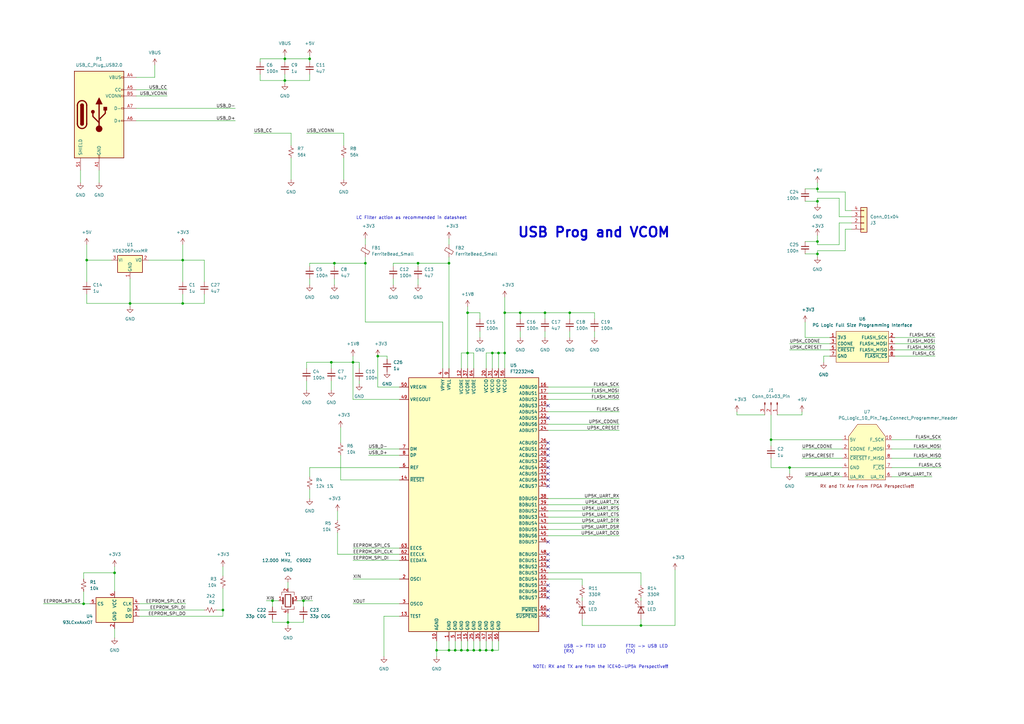
<source format=kicad_sch>
(kicad_sch (version 20230121) (generator eeschema)
  (paper "A3")
  (lib_symbols
    (symbol "Connector:Conn_01x03_Pin" (pin_names (offset 1.016) hide)
      (property "Reference" "J" (at 0 5.08 0))
      (property "Value" "Conn_01x03_Pin" (at 0 -5.08 0))
      (symbol "Conn_01x03_Pin_1_1"
        (pin passive line (at 5.08 2.54 180) (length 3.81) (name "Pin_1") (number "1"))
        (pin passive line (at 5.08 0 180) (length 3.81) (name "Pin_2") (number "2"))
        (pin passive line (at 5.08 -2.54 180) (length 3.81) (name "Pin_3") (number "3"))
      )
    )
    (symbol "Connector:USB_C_Plug_USB2.0" (pin_names (offset 1.016))
      (property "Reference" "P" (at -10.16 19.05 0))
      (property "Value" "USB_C_Plug_USB2.0" (at 12.7 19.05 0))
      (symbol "USB_C_Plug_USB2.0_1_1"
        (pin passive line (at 0 -22.86 90) (length 5.08) (name "GND") (number "A1"))
        (pin passive line (at 0 -22.86 90) (length 5.08) hide (name "GND") (number "A12"))
        (pin passive line (at 15.24 15.24 180) (length 5.08) (name "VBUS") (number "A4"))
        (pin bidirectional line (at 15.24 10.16 180) (length 5.08) (name "CC") (number "A5"))
        (pin bidirectional line (at 15.24 -2.54 180) (length 5.08) (name "D+") (number "A6"))
        (pin bidirectional line (at 15.24 2.54 180) (length 5.08) (name "D-") (number "A7"))
        (pin passive line (at 15.24 15.24 180) (length 5.08) hide (name "VBUS") (number "A9"))
        (pin passive line (at 0 -22.86 90) (length 5.08) hide (name "GND") (number "B1"))
        (pin passive line (at 0 -22.86 90) (length 5.08) hide (name "GND") (number "B12"))
        (pin passive line (at 15.24 15.24 180) (length 5.08) hide (name "VBUS") (number "B4"))
        (pin bidirectional line (at 15.24 7.62 180) (length 5.08) (name "VCONN") (number "B5"))
        (pin passive line (at 15.24 15.24 180) (length 5.08) hide (name "VBUS") (number "B9"))
        (pin passive line (at -7.62 -22.86 90) (length 5.08) (name "SHIELD") (number "S1"))
      )
    )
    (symbol "Connector_Generic:Conn_01x04" (pin_names (offset 1.016) hide)
      (property "Reference" "J" (at 0 5.08 0))
      (property "Value" "Conn_01x04" (at 0 -7.62 0))
      (symbol "Conn_01x04_1_1"
        (pin passive line (at -5.08 2.54 0) (length 3.81) (name "Pin_1") (number "1"))
        (pin passive line (at -5.08 0 0) (length 3.81) (name "Pin_2") (number "2"))
        (pin passive line (at -5.08 -2.54 0) (length 3.81) (name "Pin_3") (number "3"))
        (pin passive line (at -5.08 -5.08 0) (length 3.81) (name "Pin_4") (number "4"))
      )
    )
    (symbol "Device:C_Small" (pin_numbers hide) (pin_names (offset 0.254) hide)
      (property "Reference" "C" (at 0.254 1.778 0))
      (property "Value" "C_Small" (at 0.254 -2.032 0))
      (symbol "C_Small_1_1"
        (pin passive line (at 0 2.54 270) (length 2.032) (name "~") (number "1"))
        (pin passive line (at 0 -2.54 90) (length 2.032) (name "~") (number "2"))
      )
    )
    (symbol "Device:Crystal_GND24" (pin_names (offset 1.016) hide)
      (property "Reference" "Y" (at 3.175 5.08 0))
      (property "Value" "Crystal_GND24" (at 3.175 3.175 0))
      (symbol "Crystal_GND24_1_1"
        (pin passive line (at -3.81 0 0) (length 1.27) (name "1") (number "1"))
        (pin passive line (at 0 5.08 270) (length 1.27) (name "2") (number "2"))
        (pin passive line (at 3.81 0 180) (length 1.27) (name "3") (number "3"))
        (pin passive line (at 0 -5.08 90) (length 1.27) (name "4") (number "4"))
      )
    )
    (symbol "Device:FerriteBead_Small" (pin_numbers hide) (pin_names (offset 0))
      (property "Reference" "FB" (at 1.905 1.27 0))
      (property "Value" "FerriteBead_Small" (at 1.905 -1.27 0))
      (symbol "FerriteBead_Small_1_1"
        (pin passive line (at 0 2.54 270) (length 1.27) (name "~") (number "1"))
        (pin passive line (at 0 -2.54 90) (length 1.27) (name "~") (number "2"))
      )
    )
    (symbol "Device:LED" (pin_numbers hide) (pin_names (offset 1.016) hide)
      (property "Reference" "D" (at 0 2.54 0))
      (property "Value" "LED" (at 0 -2.54 0))
      (symbol "LED_1_1"
        (pin passive line (at -3.81 0 0) (length 2.54) (name "K") (number "1"))
        (pin passive line (at 3.81 0 180) (length 2.54) (name "A") (number "2"))
      )
    )
    (symbol "Device:R_Small_US" (pin_numbers hide) (pin_names (offset 0.254) hide)
      (property "Reference" "R" (at 0.762 0.508 0))
      (property "Value" "R_Small_US" (at 0.762 -1.016 0))
      (symbol "R_Small_US_1_1"
        (pin passive line (at 0 2.54 270) (length 1.016) (name "~") (number "1"))
        (pin passive line (at 0 -2.54 90) (length 1.016) (name "~") (number "2"))
      )
    )
    (symbol "Interface_USB:FT2232HQ"
      (property "Reference" "U" (at -26.67 53.34 0))
      (property "Value" "FT2232HQ" (at 19.05 53.34 0))
      (symbol "FT2232HQ_1_1"
        (pin power_in line (at -10.16 -55.88 90) (length 3.81) (name "GND") (number "1"))
        (pin power_in line (at -15.24 -55.88 90) (length 3.81) (name "AGND") (number "10"))
        (pin power_in line (at -5.08 -55.88 90) (length 3.81) (name "GND") (number "11"))
        (pin power_in line (at -5.08 55.88 270) (length 3.81) (name "VCORE") (number "12"))
        (pin input line (at -30.48 -45.72 0) (length 3.81) (name "TEST") (number "13"))
        (pin input line (at -30.48 10.16 0) (length 3.81) (name "~{RESET}") (number "14"))
        (pin power_in line (at -2.54 -55.88 90) (length 3.81) (name "GND") (number "15"))
        (pin bidirectional line (at 30.48 48.26 180) (length 3.81) (name "ADBUS0") (number "16"))
        (pin bidirectional line (at 30.48 45.72 180) (length 3.81) (name "ADBUS1") (number "17"))
        (pin bidirectional line (at 30.48 43.18 180) (length 3.81) (name "ADBUS2") (number "18"))
        (pin bidirectional line (at 30.48 40.64 180) (length 3.81) (name "ADBUS3") (number "19"))
        (pin input line (at -30.48 -30.48 0) (length 3.81) (name "OSCI") (number "2"))
        (pin power_in line (at 5.08 55.88 270) (length 3.81) (name "VCCIO") (number "20"))
        (pin bidirectional line (at 30.48 38.1 180) (length 3.81) (name "ADBUS4") (number "21"))
        (pin bidirectional line (at 30.48 35.56 180) (length 3.81) (name "ADBUS5") (number "22"))
        (pin bidirectional line (at 30.48 33.02 180) (length 3.81) (name "ADBUS6") (number "23"))
        (pin bidirectional line (at 30.48 30.48 180) (length 3.81) (name "ADBUS7") (number "24"))
        (pin power_in line (at 0 -55.88 90) (length 3.81) (name "GND") (number "25"))
        (pin bidirectional line (at 30.48 25.4 180) (length 3.81) (name "ACBUS0") (number "26"))
        (pin bidirectional line (at 30.48 22.86 180) (length 3.81) (name "ACBUS1") (number "27"))
        (pin bidirectional line (at 30.48 20.32 180) (length 3.81) (name "ACBUS2") (number "28"))
        (pin bidirectional line (at 30.48 17.78 180) (length 3.81) (name "ACBUS3") (number "29"))
        (pin output line (at -30.48 -40.64 0) (length 3.81) (name "OSCO") (number "3"))
        (pin bidirectional line (at 30.48 15.24 180) (length 3.81) (name "ACBUS4") (number "30"))
        (pin power_in line (at 7.62 55.88 270) (length 3.81) (name "VCCIO") (number "31"))
        (pin bidirectional line (at 30.48 12.7 180) (length 3.81) (name "ACBUS5") (number "32"))
        (pin bidirectional line (at 30.48 10.16 180) (length 3.81) (name "ACBUS6") (number "33"))
        (pin bidirectional line (at 30.48 7.62 180) (length 3.81) (name "ACBUS7") (number "34"))
        (pin power_in line (at 2.54 -55.88 90) (length 3.81) (name "GND") (number "35"))
        (pin output line (at 30.48 -45.72 180) (length 3.81) (name "~{SUSPEND}") (number "36"))
        (pin power_in line (at -2.54 55.88 270) (length 3.81) (name "VCORE") (number "37"))
        (pin bidirectional line (at 30.48 2.54 180) (length 3.81) (name "BDBUS0") (number "38"))
        (pin bidirectional line (at 30.48 0 180) (length 3.81) (name "BDBUS1") (number "39"))
        (pin power_in line (at -12.7 55.88 270) (length 3.81) (name "VPHY") (number "4"))
        (pin bidirectional line (at 30.48 -2.54 180) (length 3.81) (name "BDBUS2") (number "40"))
        (pin bidirectional line (at 30.48 -5.08 180) (length 3.81) (name "BDBUS3") (number "41"))
        (pin power_in line (at 10.16 55.88 270) (length 3.81) (name "VCCIO") (number "42"))
        (pin bidirectional line (at 30.48 -7.62 180) (length 3.81) (name "BDBUS4") (number "43"))
        (pin bidirectional line (at 30.48 -10.16 180) (length 3.81) (name "BDBUS5") (number "44"))
        (pin bidirectional line (at 30.48 -12.7 180) (length 3.81) (name "BDBUS6") (number "45"))
        (pin bidirectional line (at 30.48 -15.24 180) (length 3.81) (name "BDBUS7") (number "46"))
        (pin power_in line (at 5.08 -55.88 90) (length 3.81) (name "GND") (number "47"))
        (pin bidirectional line (at 30.48 -20.32 180) (length 3.81) (name "BCBUS0") (number "48"))
        (pin power_out line (at -30.48 43.18 0) (length 3.81) (name "VREGOUT") (number "49"))
        (pin power_in line (at -7.62 -55.88 90) (length 3.81) (name "GND") (number "5"))
        (pin power_in line (at -30.48 48.26 0) (length 3.81) (name "VREGIN") (number "50"))
        (pin power_in line (at 7.62 -55.88 90) (length 3.81) (name "GND") (number "51"))
        (pin bidirectional line (at 30.48 -22.86 180) (length 3.81) (name "BCBUS1") (number "52"))
        (pin bidirectional line (at 30.48 -25.4 180) (length 3.81) (name "BCBUS2") (number "53"))
        (pin bidirectional line (at 30.48 -27.94 180) (length 3.81) (name "BCBUS3") (number "54"))
        (pin bidirectional line (at 30.48 -30.48 180) (length 3.81) (name "BCBUS4") (number "55"))
        (pin power_in line (at 12.7 55.88 270) (length 3.81) (name "VCCIO") (number "56"))
        (pin bidirectional line (at 30.48 -33.02 180) (length 3.81) (name "BCBUS5") (number "57"))
        (pin bidirectional line (at 30.48 -35.56 180) (length 3.81) (name "BCBUS6") (number "58"))
        (pin bidirectional line (at 30.48 -38.1 180) (length 3.81) (name "BCBUS7") (number "59"))
        (pin output line (at -30.48 15.24 0) (length 3.81) (name "REF") (number "6"))
        (pin output line (at 30.48 -43.18 180) (length 3.81) (name "~{PWREN}") (number "60"))
        (pin bidirectional line (at -30.48 -22.86 0) (length 3.81) (name "EEDATA") (number "61"))
        (pin output line (at -30.48 -20.32 0) (length 3.81) (name "EECLK") (number "62"))
        (pin output line (at -30.48 -17.78 0) (length 3.81) (name "EECS") (number "63"))
        (pin power_in line (at 0 55.88 270) (length 3.81) (name "VCORE") (number "64"))
        (pin power_in line (at 10.16 -55.88 90) (length 3.81) (name "GND") (number "65"))
        (pin bidirectional line (at -30.48 22.86 0) (length 3.81) (name "DM") (number "7"))
        (pin bidirectional line (at -30.48 20.32 0) (length 3.81) (name "DP") (number "8"))
        (pin input line (at -10.16 55.88 270) (length 3.81) (name "VPLL") (number "9"))
      )
    )
    (symbol "Memory_EEPROM:93LCxxAxxOT"
      (property "Reference" "U" (at -6.35 6.35 0))
      (property "Value" "93LCxxAxxOT" (at 7.62 -6.35 0))
      (symbol "93LCxxAxxOT_1_1"
        (pin tri_state line (at 10.16 -2.54 180) (length 2.54) (name "DO") (number "1"))
        (pin power_in line (at 0 -7.62 90) (length 2.54) (name "GND") (number "2"))
        (pin input line (at 10.16 0 180) (length 2.54) (name "DI") (number "3"))
        (pin input line (at 10.16 2.54 180) (length 2.54) (name "CLK") (number "4"))
        (pin input line (at -10.16 2.54 0) (length 2.54) (name "CS") (number "5"))
        (pin power_in line (at 0 7.62 270) (length 2.54) (name "VCC") (number "6"))
      )
    )
    (symbol "ProgrammaGull_Logic:PGL_Programming_Header_Full_Size"
      (property "Reference" "U" (at 0 0 0))
      (property "Value" "PG Logic Full Size Programming Interface" (at 13.97 -16.51 0))
      (symbol "PGL_Programming_Header_Full_Size_1_1"
        (pin input line (at -8.89 -5.08 0) (length 2.54) (name "3V3") (number "1"))
        (pin input line (at 17.78 -5.08 180) (length 2.54) (name "FLASH_SCK") (number "2"))
        (pin input line (at -8.89 -7.62 0) (length 2.54) (name "CDONE") (number "3"))
        (pin input line (at 17.78 -7.62 180) (length 2.54) (name "FLASH_MOSI") (number "4"))
        (pin input line (at -8.89 -10.16 0) (length 2.54) (name "~{CRESET}") (number "5"))
        (pin input line (at 17.78 -10.16 180) (length 2.54) (name "FLASH_MISO") (number "6"))
        (pin input line (at -8.89 -12.7 0) (length 2.54) (name "GND") (number "7"))
        (pin input line (at 17.78 -12.7 180) (length 2.54) (name "~{FLASH_CS}") (number "8"))
      )
    )
    (symbol "ProgrammaGull_Logic:PG__Logic_10_Pin_Tag_Connect_Programmer_Header"
      (property "Reference" "U" (at 0 1.27 0))
      (property "Value" "PG_Logic_10_Pin_Tag_Connect_Programmer_Header" (at 0 0 0))
      (symbol "PG__Logic_10_Pin_Tag_Connect_Programmer_Header_1_1"
        (text "RX and TX Are From FPGA Perspective!!" (at 0 -27.94 0) (effects (font (size 1.27 1.27))))
        (pin input line (at -10.16 -8.89 0) (length 2.54) (name "5V") (number "1"))
        (pin input line (at 10.16 -8.89 180) (length 2.54) (name "F_SCK") (number "10"))
        (pin input line (at -10.16 -12.7 0) (length 2.54) (name "CDONE") (number "2"))
        (pin input line (at -10.16 -16.51 0) (length 2.54) (name "~{CRESET}") (number "3"))
        (pin input line (at -10.16 -20.32 0) (length 2.54) (name "GND") (number "4"))
        (pin input line (at -10.16 -24.13 0) (length 2.54) (name "UA_RX") (number "5"))
        (pin input line (at 10.16 -24.13 180) (length 2.54) (name "UA_TX") (number "6"))
        (pin input line (at 10.16 -20.32 180) (length 2.54) (name "~{F_CS}") (number "7"))
        (pin input line (at 10.16 -16.51 180) (length 2.54) (name "F_MISO") (number "8"))
        (pin input line (at 10.16 -12.7 180) (length 2.54) (name "F_MOSI") (number "9"))
      )
    )
    (symbol "Regulator_Linear:XC6206PxxxMR" (pin_names (offset 0.254))
      (property "Reference" "U" (at -3.81 3.175 0))
      (property "Value" "XC6206PxxxMR" (at 0 3.175 0))
      (symbol "XC6206PxxxMR_1_1"
        (pin power_in line (at 0 -7.62 90) (length 2.54) (name "GND") (number "1"))
        (pin power_out line (at 7.62 0 180) (length 2.54) (name "VO") (number "2"))
        (pin power_in line (at -7.62 0 0) (length 2.54) (name "VI") (number "3"))
      )
    )
    (symbol "power:+1V8" (power) (pin_names (offset 0))
      (property "Value" "+1V8" (at 0 3.556 0))
      (symbol "+1V8_1_1"
        (pin power_in line (at 0 0 90) (length 0) hide (name "+1V8") (number "1"))
      )
    )
    (symbol "power:+3V3" (power) (pin_names (offset 0))
      (property "Value" "+3V3" (at 0 3.556 0))
      (symbol "+3V3_1_1"
        (pin power_in line (at 0 0 90) (length 0) hide (name "+3V3") (number "1"))
      )
    )
    (symbol "power:+5V" (power) (pin_names (offset 0))
      (property "Value" "+5V" (at 0 3.556 0))
      (symbol "+5V_1_1"
        (pin power_in line (at 0 0 90) (length 0) hide (name "+5V") (number "1"))
      )
    )
    (symbol "power:GND" (power) (pin_names (offset 0))
      (property "Value" "GND" (at 0 -3.81 0))
      (symbol "GND_1_1"
        (pin power_in line (at 0 0 270) (length 0) hide (name "GND") (number "1"))
      )
    )
    (symbol "power:VBUS" (power) (pin_names (offset 0))
      (property "Value" "VBUS" (at 0 3.81 0))
      (symbol "VBUS_1_1"
        (pin power_in line (at 0 0 90) (length 0) hide (name "VBUS") (number "1"))
      )
    )
  )
  (junction (at 191.77 266.7))
  (junction (at 144.78 148.59))
  (junction (at 262.89 256.54))
  (junction (at 154.94 146.05))
  (junction (at 186.69 266.7))
  (junction (at 207.01 128.27))
  (junction (at 184.15 107.95))
  (junction (at 74.93 124.46))
  (junction (at 201.93 266.7))
  (junction (at 233.68 128.27))
  (junction (at 111.76 246.38))
  (junction (at 335.28 82.55))
  (junction (at 53.34 124.46))
  (junction (at 124.46 246.38))
  (junction (at 135.89 148.59))
  (junction (at 316.23 180.34))
  (junction (at 223.52 128.27))
  (junction (at 184.15 266.7))
  (junction (at 335.28 77.47))
  (junction (at 191.77 128.27))
  (junction (at 207.01 144.78))
  (junction (at 191.77 144.78))
  (junction (at 34.29 247.65))
  (junction (at 204.47 144.78))
  (junction (at 171.45 107.95))
  (junction (at 201.93 144.78))
  (junction (at 116.84 24.13))
  (junction (at 74.93 106.68))
  (junction (at 118.11 255.27))
  (junction (at 335.28 104.14))
  (junction (at 179.07 266.7))
  (junction (at 116.84 33.02))
  (junction (at 46.99 234.95))
  (junction (at 189.23 266.7))
  (junction (at 199.39 266.7))
  (junction (at 91.44 250.19))
  (junction (at 335.28 99.06))
  (junction (at 196.85 266.7))
  (junction (at 194.31 266.7))
  (junction (at 127 24.13))
  (junction (at 149.86 107.95))
  (junction (at 137.16 107.95))
  (junction (at 35.56 106.68))
  (junction (at 213.36 128.27))
  (junction (at 323.85 191.77))
  (no_connect (at 224.79 186.69))
  (no_connect (at 224.79 191.77))
  (no_connect (at 224.79 199.39))
  (no_connect (at 224.79 229.87))
  (no_connect (at 224.79 166.37))
  (no_connect (at 224.79 242.57))
  (no_connect (at 224.79 245.11))
  (no_connect (at 224.79 184.15))
  (no_connect (at 224.79 194.31))
  (no_connect (at 224.79 232.41))
  (no_connect (at 224.79 250.19))
  (no_connect (at 224.79 252.73))
  (no_connect (at 224.79 181.61))
  (no_connect (at 224.79 240.03))
  (no_connect (at 224.79 189.23))
  (no_connect (at 224.79 227.33))
  (no_connect (at 224.79 222.25))
  (no_connect (at 224.79 196.85))
  (no_connect (at 224.79 171.45))
  (wire (pts (xy 55.88 49.53) (xy 96.52 49.53)))
  (wire (pts (xy 154.94 158.75) (xy 163.83 158.75)))
  (wire (pts (xy 184.15 105.41) (xy 184.15 107.95)))
  (wire (pts (xy 161.29 107.95) (xy 161.29 109.22)))
  (wire (pts (xy 344.17 88.9) (xy 349.25 88.9)))
  (wire (pts (xy 330.2 104.14) (xy 335.28 104.14)))
  (wire (pts (xy 116.84 33.02) (xy 106.68 33.02)))
  (wire (pts (xy 191.77 266.7) (xy 194.31 266.7)))
  (wire (pts (xy 207.01 121.92) (xy 207.01 128.27)))
  (wire (pts (xy 91.44 250.19) (xy 91.44 252.73)))
  (wire (pts (xy 330.2 82.55) (xy 335.28 82.55)))
  (wire (pts (xy 207.01 144.78) (xy 204.47 144.78)))
  (wire (pts (xy 201.93 144.78) (xy 201.93 151.13)))
  (wire (pts (xy 125.73 156.21) (xy 125.73 160.02)))
  (wire (pts (xy 106.68 33.02) (xy 106.68 30.48)))
  (wire (pts (xy 74.93 124.46) (xy 74.93 120.65)))
  (wire (pts (xy 233.68 135.89) (xy 233.68 138.43)))
  (wire (pts (xy 184.15 107.95) (xy 184.15 151.13)))
  (wire (pts (xy 118.11 255.27) (xy 118.11 256.54)))
  (wire (pts (xy 330.2 195.58) (xy 345.44 195.58)))
  (wire (pts (xy 316.23 191.77) (xy 316.23 187.96)))
  (wire (pts (xy 163.83 191.77) (xy 127 191.77)))
  (wire (pts (xy 118.11 255.27) (xy 111.76 255.27)))
  (wire (pts (xy 46.99 232.41) (xy 46.99 234.95)))
  (wire (pts (xy 330.2 132.08) (xy 330.2 138.43)))
  (wire (pts (xy 57.15 250.19) (xy 83.82 250.19)))
  (wire (pts (xy 151.13 186.69) (xy 163.83 186.69)))
  (wire (pts (xy 223.52 128.27) (xy 223.52 130.81)))
  (wire (pts (xy 344.17 81.28) (xy 344.17 88.9)))
  (wire (pts (xy 116.84 33.02) (xy 127 33.02)))
  (wire (pts (xy 365.76 180.34) (xy 386.08 180.34)))
  (wire (pts (xy 179.07 266.7) (xy 179.07 269.24)))
  (wire (pts (xy 213.36 135.89) (xy 213.36 138.43)))
  (wire (pts (xy 191.77 125.73) (xy 191.77 128.27)))
  (wire (pts (xy 224.79 207.01) (xy 254 207.01)))
  (wire (pts (xy 199.39 144.78) (xy 199.39 151.13)))
  (wire (pts (xy 330.2 99.06) (xy 335.28 99.06)))
  (wire (pts (xy 243.84 135.89) (xy 243.84 138.43)))
  (wire (pts (xy 316.23 180.34) (xy 316.23 182.88)))
  (wire (pts (xy 40.64 69.85) (xy 40.64 74.93)))
  (wire (pts (xy 116.84 24.13) (xy 116.84 22.86)))
  (wire (pts (xy 346.71 93.98) (xy 349.25 93.98)))
  (wire (pts (xy 224.79 234.95) (xy 262.89 234.95)))
  (wire (pts (xy 171.45 114.3) (xy 171.45 116.84)))
  (wire (pts (xy 233.68 128.27) (xy 243.84 128.27)))
  (wire (pts (xy 346.71 102.87) (xy 346.71 93.98)))
  (wire (pts (xy 55.88 44.45) (xy 96.52 44.45)))
  (wire (pts (xy 74.93 115.57) (xy 74.93 106.68)))
  (wire (pts (xy 191.77 128.27) (xy 196.85 128.27)))
  (wire (pts (xy 144.78 146.05) (xy 144.78 148.59)))
  (wire (pts (xy 34.29 234.95) (xy 46.99 234.95)))
  (wire (pts (xy 138.43 227.33) (xy 163.83 227.33)))
  (wire (pts (xy 147.32 151.13) (xy 147.32 148.59)))
  (wire (pts (xy 83.82 115.57) (xy 83.82 106.68)))
  (wire (pts (xy 135.89 148.59) (xy 135.89 151.13)))
  (wire (pts (xy 119.38 54.61) (xy 104.14 54.61)))
  (wire (pts (xy 191.77 144.78) (xy 189.23 144.78)))
  (wire (pts (xy 127 114.3) (xy 127 116.84)))
  (wire (pts (xy 83.82 106.68) (xy 74.93 106.68)))
  (wire (pts (xy 34.29 242.57) (xy 34.29 247.65)))
  (wire (pts (xy 53.34 114.3) (xy 53.34 124.46)))
  (wire (pts (xy 224.79 158.75) (xy 254 158.75)))
  (wire (pts (xy 323.85 191.77) (xy 316.23 191.77)))
  (wire (pts (xy 328.93 184.15) (xy 345.44 184.15)))
  (wire (pts (xy 111.76 248.92) (xy 111.76 246.38)))
  (wire (pts (xy 224.79 219.71) (xy 254 219.71)))
  (wire (pts (xy 116.84 24.13) (xy 116.84 25.4)))
  (wire (pts (xy 224.79 176.53) (xy 254 176.53)))
  (wire (pts (xy 201.93 266.7) (xy 201.93 262.89)))
  (wire (pts (xy 224.79 204.47) (xy 254 204.47)))
  (wire (pts (xy 83.82 120.65) (xy 83.82 124.46)))
  (wire (pts (xy 199.39 266.7) (xy 196.85 266.7)))
  (wire (pts (xy 144.78 148.59) (xy 144.78 163.83)))
  (wire (pts (xy 137.16 107.95) (xy 127 107.95)))
  (wire (pts (xy 144.78 237.49) (xy 163.83 237.49)))
  (wire (pts (xy 189.23 266.7) (xy 191.77 266.7)))
  (wire (pts (xy 316.23 180.34) (xy 345.44 180.34)))
  (wire (pts (xy 207.01 144.78) (xy 207.01 151.13)))
  (wire (pts (xy 204.47 144.78) (xy 201.93 144.78)))
  (wire (pts (xy 194.31 266.7) (xy 196.85 266.7)))
  (wire (pts (xy 35.56 100.33) (xy 35.56 106.68)))
  (wire (pts (xy 57.15 252.73) (xy 91.44 252.73)))
  (wire (pts (xy 127 107.95) (xy 127 109.22)))
  (wire (pts (xy 213.36 128.27) (xy 207.01 128.27)))
  (wire (pts (xy 60.96 106.68) (xy 74.93 106.68)))
  (wire (pts (xy 196.85 135.89) (xy 196.85 138.43)))
  (wire (pts (xy 330.2 138.43) (xy 340.36 138.43)))
  (wire (pts (xy 335.28 78.74) (xy 346.71 78.74)))
  (wire (pts (xy 262.89 234.95) (xy 262.89 240.03)))
  (wire (pts (xy 118.11 238.76) (xy 118.11 241.3)))
  (wire (pts (xy 335.28 104.14) (xy 335.28 102.87)))
  (wire (pts (xy 238.76 237.49) (xy 238.76 240.03)))
  (wire (pts (xy 149.86 107.95) (xy 149.86 132.08)))
  (wire (pts (xy 139.7 196.85) (xy 163.83 196.85)))
  (wire (pts (xy 223.52 128.27) (xy 233.68 128.27)))
  (wire (pts (xy 55.88 39.37) (xy 68.58 39.37)))
  (wire (pts (xy 224.79 168.91) (xy 254 168.91)))
  (wire (pts (xy 316.23 180.34) (xy 316.23 170.18)))
  (wire (pts (xy 127 200.66) (xy 127 204.47)))
  (wire (pts (xy 191.77 128.27) (xy 191.77 144.78)))
  (wire (pts (xy 344.17 91.44) (xy 349.25 91.44)))
  (wire (pts (xy 137.16 107.95) (xy 137.16 109.22)))
  (wire (pts (xy 328.93 187.96) (xy 345.44 187.96)))
  (wire (pts (xy 33.02 69.85) (xy 33.02 74.93)))
  (wire (pts (xy 344.17 100.33) (xy 344.17 91.44)))
  (wire (pts (xy 323.85 143.51) (xy 340.36 143.51)))
  (wire (pts (xy 125.73 148.59) (xy 125.73 151.13)))
  (wire (pts (xy 163.83 163.83) (xy 144.78 163.83)))
  (wire (pts (xy 124.46 255.27) (xy 124.46 254)))
  (wire (pts (xy 63.5 31.75) (xy 55.88 31.75)))
  (wire (pts (xy 17.78 247.65) (xy 34.29 247.65)))
  (wire (pts (xy 335.28 96.52) (xy 335.28 99.06)))
  (wire (pts (xy 124.46 246.38) (xy 128.27 246.38)))
  (wire (pts (xy 238.76 254) (xy 238.76 256.54)))
  (wire (pts (xy 149.86 107.95) (xy 137.16 107.95)))
  (wire (pts (xy 127 24.13) (xy 127 25.4)))
  (wire (pts (xy 111.76 255.27) (xy 111.76 254)))
  (wire (pts (xy 140.97 54.61) (xy 125.73 54.61)))
  (wire (pts (xy 191.77 266.7) (xy 191.77 262.89)))
  (wire (pts (xy 91.44 232.41) (xy 91.44 236.22)))
  (wire (pts (xy 201.93 266.7) (xy 204.47 266.7)))
  (wire (pts (xy 151.13 184.15) (xy 163.83 184.15)))
  (wire (pts (xy 106.68 25.4) (xy 106.68 24.13)))
  (wire (pts (xy 335.28 83.82) (xy 335.28 82.55)))
  (wire (pts (xy 140.97 64.77) (xy 140.97 73.66)))
  (wire (pts (xy 276.86 256.54) (xy 262.89 256.54)))
  (wire (pts (xy 138.43 218.44) (xy 138.43 227.33)))
  (wire (pts (xy 223.52 135.89) (xy 223.52 138.43)))
  (wire (pts (xy 335.28 77.47) (xy 335.28 78.74)))
  (wire (pts (xy 127 22.86) (xy 127 24.13)))
  (wire (pts (xy 88.9 250.19) (xy 91.44 250.19)))
  (wire (pts (xy 34.29 247.65) (xy 36.83 247.65)))
  (wire (pts (xy 149.86 97.79) (xy 149.86 100.33)))
  (wire (pts (xy 118.11 255.27) (xy 124.46 255.27)))
  (wire (pts (xy 135.89 156.21) (xy 135.89 160.02)))
  (wire (pts (xy 127 33.02) (xy 127 30.48)))
  (wire (pts (xy 323.85 140.97) (xy 340.36 140.97)))
  (wire (pts (xy 349.25 86.36) (xy 346.71 86.36)))
  (wire (pts (xy 53.34 124.46) (xy 74.93 124.46)))
  (wire (pts (xy 204.47 144.78) (xy 204.47 151.13)))
  (wire (pts (xy 186.69 266.7) (xy 189.23 266.7)))
  (wire (pts (xy 137.16 114.3) (xy 137.16 116.84)))
  (wire (pts (xy 34.29 237.49) (xy 34.29 234.95)))
  (wire (pts (xy 213.36 128.27) (xy 223.52 128.27)))
  (wire (pts (xy 367.03 146.05) (xy 383.54 146.05)))
  (wire (pts (xy 46.99 257.81) (xy 46.99 261.62)))
  (wire (pts (xy 171.45 107.95) (xy 161.29 107.95)))
  (wire (pts (xy 194.31 266.7) (xy 194.31 262.89)))
  (wire (pts (xy 184.15 266.7) (xy 184.15 262.89)))
  (wire (pts (xy 138.43 209.55) (xy 138.43 213.36)))
  (wire (pts (xy 207.01 128.27) (xy 207.01 144.78)))
  (wire (pts (xy 154.94 146.05) (xy 154.94 158.75)))
  (wire (pts (xy 191.77 144.78) (xy 191.77 151.13)))
  (wire (pts (xy 262.89 256.54) (xy 238.76 256.54)))
  (wire (pts (xy 157.48 269.24) (xy 157.48 252.73)))
  (wire (pts (xy 365.76 184.15) (xy 386.08 184.15)))
  (wire (pts (xy 63.5 26.67) (xy 63.5 31.75)))
  (wire (pts (xy 365.76 191.77) (xy 386.08 191.77)))
  (wire (pts (xy 149.86 105.41) (xy 149.86 107.95)))
  (wire (pts (xy 367.03 140.97) (xy 383.54 140.97)))
  (wire (pts (xy 55.88 36.83) (xy 68.58 36.83)))
  (wire (pts (xy 46.99 234.95) (xy 46.99 242.57)))
  (wire (pts (xy 194.31 144.78) (xy 191.77 144.78)))
  (wire (pts (xy 116.84 30.48) (xy 116.84 33.02)))
  (wire (pts (xy 140.97 59.69) (xy 140.97 54.61)))
  (wire (pts (xy 199.39 266.7) (xy 201.93 266.7)))
  (wire (pts (xy 337.82 146.05) (xy 340.36 146.05)))
  (wire (pts (xy 53.34 124.46) (xy 53.34 125.73)))
  (wire (pts (xy 204.47 266.7) (xy 204.47 262.89)))
  (wire (pts (xy 118.11 251.46) (xy 118.11 255.27)))
  (wire (pts (xy 224.79 209.55) (xy 254 209.55)))
  (wire (pts (xy 144.78 247.65) (xy 163.83 247.65)))
  (wire (pts (xy 328.93 170.18) (xy 328.93 168.91)))
  (wire (pts (xy 83.82 124.46) (xy 74.93 124.46)))
  (wire (pts (xy 335.28 105.41) (xy 335.28 104.14)))
  (wire (pts (xy 313.69 170.18) (xy 302.26 170.18)))
  (wire (pts (xy 161.29 114.3) (xy 161.29 116.84)))
  (wire (pts (xy 116.84 24.13) (xy 127 24.13)))
  (wire (pts (xy 158.75 146.05) (xy 154.94 146.05)))
  (wire (pts (xy 139.7 186.69) (xy 139.7 196.85)))
  (wire (pts (xy 147.32 148.59) (xy 144.78 148.59)))
  (wire (pts (xy 335.28 102.87) (xy 346.71 102.87)))
  (wire (pts (xy 224.79 163.83) (xy 254 163.83)))
  (wire (pts (xy 335.28 100.33) (xy 344.17 100.33)))
  (wire (pts (xy 196.85 130.81) (xy 196.85 128.27)))
  (wire (pts (xy 224.79 237.49) (xy 238.76 237.49)))
  (wire (pts (xy 144.78 224.79) (xy 163.83 224.79)))
  (wire (pts (xy 144.78 229.87) (xy 163.83 229.87)))
  (wire (pts (xy 127 191.77) (xy 127 195.58)))
  (wire (pts (xy 238.76 245.11) (xy 238.76 246.38)))
  (wire (pts (xy 186.69 266.7) (xy 186.69 262.89)))
  (wire (pts (xy 367.03 138.43) (xy 383.54 138.43)))
  (wire (pts (xy 224.79 161.29) (xy 254 161.29)))
  (wire (pts (xy 119.38 64.77) (xy 119.38 73.66)))
  (wire (pts (xy 109.22 246.38) (xy 111.76 246.38)))
  (wire (pts (xy 157.48 252.73) (xy 163.83 252.73)))
  (wire (pts (xy 365.76 195.58) (xy 382.27 195.58)))
  (wire (pts (xy 262.89 254) (xy 262.89 256.54)))
  (wire (pts (xy 224.79 212.09) (xy 254 212.09)))
  (wire (pts (xy 184.15 97.79) (xy 184.15 100.33)))
  (wire (pts (xy 35.56 106.68) (xy 35.56 115.57)))
  (wire (pts (xy 196.85 266.7) (xy 196.85 262.89)))
  (wire (pts (xy 335.28 99.06) (xy 335.28 100.33)))
  (wire (pts (xy 184.15 266.7) (xy 186.69 266.7)))
  (wire (pts (xy 233.68 128.27) (xy 233.68 130.81)))
  (wire (pts (xy 243.84 130.81) (xy 243.84 128.27)))
  (wire (pts (xy 35.56 106.68) (xy 45.72 106.68)))
  (wire (pts (xy 189.23 266.7) (xy 189.23 262.89)))
  (wire (pts (xy 158.75 147.32) (xy 158.75 146.05)))
  (wire (pts (xy 194.31 151.13) (xy 194.31 144.78)))
  (wire (pts (xy 323.85 194.31) (xy 323.85 191.77)))
  (wire (pts (xy 184.15 107.95) (xy 171.45 107.95)))
  (wire (pts (xy 139.7 175.26) (xy 139.7 181.61)))
  (wire (pts (xy 35.56 120.65) (xy 35.56 124.46)))
  (wire (pts (xy 135.89 148.59) (xy 144.78 148.59)))
  (wire (pts (xy 318.77 170.18) (xy 328.93 170.18)))
  (wire (pts (xy 189.23 144.78) (xy 189.23 151.13)))
  (wire (pts (xy 199.39 262.89) (xy 199.39 266.7)))
  (wire (pts (xy 119.38 59.69) (xy 119.38 54.61)))
  (wire (pts (xy 213.36 130.81) (xy 213.36 128.27)))
  (wire (pts (xy 224.79 214.63) (xy 254 214.63)))
  (wire (pts (xy 111.76 246.38) (xy 114.3 246.38)))
  (wire (pts (xy 147.32 156.21) (xy 147.32 157.48)))
  (wire (pts (xy 335.28 74.93) (xy 335.28 77.47)))
  (wire (pts (xy 106.68 24.13) (xy 116.84 24.13)))
  (wire (pts (xy 335.28 82.55) (xy 335.28 81.28)))
  (wire (pts (xy 57.15 247.65) (xy 76.2 247.65)))
  (wire (pts (xy 121.92 246.38) (xy 124.46 246.38)))
  (wire (pts (xy 179.07 266.7) (xy 184.15 266.7)))
  (wire (pts (xy 181.61 132.08) (xy 149.86 132.08)))
  (wire (pts (xy 337.82 148.59) (xy 337.82 146.05)))
  (wire (pts (xy 201.93 144.78) (xy 199.39 144.78)))
  (wire (pts (xy 74.93 100.33) (xy 74.93 106.68)))
  (wire (pts (xy 365.76 187.96) (xy 386.08 187.96)))
  (wire (pts (xy 330.2 77.47) (xy 335.28 77.47)))
  (wire (pts (xy 224.79 173.99) (xy 254 173.99)))
  (wire (pts (xy 181.61 151.13) (xy 181.61 132.08)))
  (wire (pts (xy 276.86 233.68) (xy 276.86 256.54)))
  (wire (pts (xy 125.73 148.59) (xy 135.89 148.59)))
  (wire (pts (xy 124.46 246.38) (xy 124.46 248.92)))
  (wire (pts (xy 116.84 33.02) (xy 116.84 34.29)))
  (wire (pts (xy 302.26 170.18) (xy 302.26 168.91)))
  (wire (pts (xy 179.07 262.89) (xy 179.07 266.7)))
  (wire (pts (xy 35.56 124.46) (xy 53.34 124.46)))
  (wire (pts (xy 367.03 143.51) (xy 383.54 143.51)))
  (wire (pts (xy 262.89 245.11) (xy 262.89 246.38)))
  (wire (pts (xy 171.45 107.95) (xy 171.45 109.22)))
  (wire (pts (xy 335.28 81.28) (xy 344.17 81.28)))
  (wire (pts (xy 224.79 217.17) (xy 254 217.17)))
  (wire (pts (xy 91.44 241.3) (xy 91.44 250.19)))
  (wire (pts (xy 346.71 86.36) (xy 346.71 78.74)))
  (wire (pts (xy 323.85 191.77) (xy 345.44 191.77)))
  (text "NOTE: RX and TX are from the iCE40-UP5k Perspective!!" (at 218.44 274.32 0) (effects (font (size 1.27 1.27)) (justify left bottom)))
  (text "USB Prog and VCOM" (at 212.09 97.79 0) (effects (font (size 4 4) (thickness 0.8) bold) (justify left bottom)))
  (text "FTDI -> USB LED\n(TX)" (at 256.54 267.97 0) (effects (font (size 1.27 1.27)) (justify left bottom)))
  (text "LC Filter action as recommended in datasheet" (at 146.05 90.17 0) (effects (font (size 1.27 1.27)) (justify left bottom)))
  (text "USB -> FTDI LED\n(RX)" (at 231.14 267.97 0) (effects (font (size 1.27 1.27)) (justify left bottom)))
  (label "FLASH_MOSI" (at 254 161.29 180))
  (label "UP5K_UART_DTR" (at 254 214.63 180))
  (label "USB_VCONN" (at 68.58 39.37 180))
  (label "USB_D-" (at 96.52 44.45 180))
  (label "FLASH_CS" (at 383.54 146.05 180))
  (label "FLASH_SCK" (at 386.08 180.34 180))
  (label "UP5K_UART_DCD" (at 254 219.71 180))
  (label "UP5K_UART_CTS" (at 254 212.09 180))
  (label "UP5K_CRESET" (at 328.93 187.96 0))
  (label "UP5K_CRESET" (at 254 176.53 180))
  (label "XIN" (at 109.22 246.38 0))
  (label "FLASH_MISO" (at 254 163.83 180))
  (label "EEPROM_SPI_CS" (at 144.78 224.79 0))
  (label "FLASH_MISO" (at 386.08 187.96 180))
  (label "XOUT" (at 144.78 247.65 0))
  (label "USB_CC" (at 104.14 54.61 0))
  (label "FLASH_CS" (at 386.08 191.77 180))
  (label "UP5K_UART_DSR" (at 254 217.17 180))
  (label "XOUT" (at 128.27 246.38 180))
  (label "FLASH_SCK" (at 383.54 138.43 180))
  (label "USB_D+" (at 151.13 186.69 0))
  (label "UP5K_UART_TX" (at 382.27 195.58 180))
  (label "EEPROM_SPI_CLK" (at 144.78 227.33 0))
  (label "FLASH_SCK" (at 254 158.75 180))
  (label "XIN" (at 144.78 237.49 0))
  (label "UP5K_CDONE" (at 323.85 140.97 0))
  (label "UP5K_UART_TX" (at 254 207.01 180))
  (label "USB_CC" (at 68.58 36.83 180))
  (label "FLASH_CS" (at 254 168.91 180))
  (label "EEPROM_SPI_CLK" (at 76.2 247.65 180))
  (label "UP5K_CDONE" (at 254 173.99 180))
  (label "UP5K_UART_RX" (at 254 204.47 180))
  (label "USB_VCONN" (at 125.73 54.61 0))
  (label "FLASH_MISO" (at 383.54 143.51 180))
  (label "FLASH_MOSI" (at 386.08 184.15 180))
  (label "UP5K_UART_RTS" (at 254 209.55 180))
  (label "FLASH_MOSI" (at 383.54 140.97 180))
  (label "EEPROM_SPI_DI" (at 76.2 250.19 180))
  (label "UP5K_UART_RX" (at 330.2 195.58 0))
  (label "EEPROM_SPI_CS" (at 17.78 247.65 0))
  (label "EEPROM_SPI_DI" (at 144.78 229.87 0))
  (label "EEPROM_SPI_DO" (at 76.2 252.73 180))
  (label "UP5K_CDONE" (at 328.93 184.15 0))
  (label "USB_D-" (at 151.13 184.15 0))
  (label "USB_D+" (at 96.52 49.53 180))
  (label "UP5K_CRESET" (at 323.85 143.51 0))
  (symbol (lib_id "Device:C_Small") (at 330.2 101.6 0) (mirror y) (unit 1)
    (property "Reference" "C25" (at 327.66 100.3363 0) (effects (justify left)))
    (property "Value" "100n" (at 327.66 102.8763 0) (effects (justify left)))
    (property "Footprint" "Capacitor_SMD:C_0402_1005Metric" (effects hide))
  )
  (symbol (lib_id "power:+3V3") (at 149.86 97.79 0) (unit 1)
    (property "Reference" "#PWR030" (effects hide))
    (property "Value" "+3V3" (at 151.13 92.71 0))
  )
  (symbol (lib_id "power:GND") (at 161.29 116.84 0) (unit 1)
    (property "Reference" "#PWR033" (effects hide))
    (property "Value" "GND" (at 161.29 121.92 0))
  )
  (symbol (lib_id "Device:C_Small") (at 147.32 153.67 0) (unit 1)
    (property "Reference" "C10" (at 149.86 152.4063 0) (effects (justify left)))
    (property "Value" "100n" (at 149.86 154.9463 0) (effects (justify left)))
    (property "Footprint" "Capacitor_SMD:C_0402_1005Metric" (effects hide))
  )
  (symbol (lib_id "Device:C_Small") (at 124.46 251.46 0) (unit 1)
    (property "Reference" "C23" (at 127 250.1963 0) (effects (justify left)))
    (property "Value" "33p C0G" (at 127 252.7363 0) (effects (justify left)))
    (property "Footprint" "Capacitor_SMD:C_0402_1005Metric" (effects hide))
  )
  (symbol (lib_id "power:+1V8") (at 191.77 125.73 0) (unit 1)
    (property "Reference" "#PWR038" (effects hide))
    (property "Value" "+1V8" (at 191.77 120.65 0))
  )
  (symbol (lib_id "power:GND") (at 135.89 160.02 0) (unit 1)
    (property "Reference" "#PWR020" (effects hide))
    (property "Value" "GND" (at 135.89 165.1 0))
  )
  (symbol (lib_id "Device:C_Small") (at 83.82 118.11 0) (unit 1)
    (property "Reference" "C27" (at 86.36 116.8463 0) (effects (justify left)))
    (property "Value" "4u7" (at 86.36 119.3863 0) (effects (justify left)))
    (property "Footprint" "Capacitor_SMD:C_0805_2012Metric" (effects hide))
  )
  (symbol (lib_id "power:GND") (at 179.07 269.24 0) (unit 1)
    (property "Reference" "#PWR036" (effects hide))
    (property "Value" "GND" (at 179.07 274.32 0))
  )
  (symbol (lib_id "power:+3V3") (at 207.01 121.92 0) (unit 1)
    (property "Reference" "#PWR041" (effects hide))
    (property "Value" "+3V3" (at 208.28 116.84 0))
  )
  (symbol (lib_id "Device:LED") (at 238.76 250.19 270) (unit 1)
    (property "Reference" "D2" (at 241.3 247.3325 90) (effects (justify left)))
    (property "Value" "LED" (at 241.3 249.8725 90) (effects (justify left)))
    (property "Footprint" "LED_SMD:LED_0805_2012Metric" (effects hide))
  )
  (symbol (lib_id "power:GND") (at 137.16 116.84 0) (unit 1)
    (property "Reference" "#PWR021" (effects hide))
    (property "Value" "GND" (at 137.16 121.92 0))
  )
  (symbol (lib_id "ProgrammaGull_Logic:PGL_Programming_Header_Full_Size") (at 349.25 133.35 0) (unit 1)
    (property "Reference" "U6" (at 353.695 130.81 0))
    (property "Value" "PG Logic Full Size Programming Interface" (at 353.695 133.35 0))
    (property "Footprint" "Connector_PinHeader_2.54mm:PinHeader_1x08_P2.54mm_Horizontal" (effects hide))
  )
  (symbol (lib_id "Device:C_Small") (at 213.36 133.35 0) (unit 1)
    (property "Reference" "C16" (at 215.9 132.0863 0) (effects (justify left)))
    (property "Value" "100n" (at 215.9 134.6263 0) (effects (justify left)))
    (property "Footprint" "Capacitor_SMD:C_0402_1005Metric" (effects hide))
  )
  (symbol (lib_id "power:GND") (at 53.34 125.73 0) (unit 1)
    (property "Reference" "#PWR06" (effects hide))
    (property "Value" "GND" (at 53.34 130.81 0))
  )
  (symbol (lib_id "power:GND") (at 118.11 238.76 180) (unit 1)
    (property "Reference" "#PWR048" (effects hide))
    (property "Value" "GND" (at 118.11 233.68 0))
  )
  (symbol (lib_id "Connector:Conn_01x03_Pin") (at 316.23 165.1 270) (unit 1)
    (property "Reference" "J1" (at 316.23 160.02 90))
    (property "Value" "Conn_01x03_Pin" (at 316.23 162.56 90))
    (property "Footprint" "Connector_PinHeader_2.54mm:PinHeader_1x03_P2.54mm_Vertical" (effects hide))
  )
  (symbol (lib_id "Regulator_Linear:XC6206PxxxMR") (at 53.34 106.68 0) (unit 1)
    (property "Reference" "U1" (at 53.34 100.33 0))
    (property "Value" "XC6206PxxxMR" (at 53.34 102.87 0))
    (property "Footprint" "Package_TO_SOT_SMD:SOT-23-3" (effects hide))
    (property "Datasheet" "https://www.torexsemi.com/file/xc6206/XC6206.pdf" (effects hide))
  )
  (symbol (lib_id "Device:R_Small_US") (at 262.89 242.57 180) (unit 1)
    (property "Reference" "R14" (at 265.43 241.3 0) (effects (justify right)))
    (property "Value" "330R" (at 265.43 243.84 0) (effects (justify right)))
    (property "Footprint" "Resistor_SMD:R_0603_1608Metric" (effects hide))
  )
  (symbol (lib_id "Device:C_Small") (at 316.23 185.42 0) (unit 1)
    (property "Reference" "C2" (at 318.77 184.1563 0) (effects (justify left)))
    (property "Value" "1u" (at 318.77 186.6963 0) (effects (justify left)))
    (property "Footprint" "Capacitor_SMD:C_0402_1005Metric" (effects hide))
  )
  (symbol (lib_id "Device:C_Small") (at 111.76 251.46 0) (mirror y) (unit 1)
    (property "Reference" "C22" (at 109.22 250.1963 0) (effects (justify left)))
    (property "Value" "33p C0G" (at 109.22 252.7363 0) (effects (justify left)))
    (property "Footprint" "Capacitor_SMD:C_0402_1005Metric" (effects hide))
  )
  (symbol (lib_id "Device:R_Small_US") (at 34.29 240.03 180) (unit 1)
    (property "Reference" "R1" (at 36.83 238.76 0) (effects (justify right)))
    (property "Value" "10k" (at 36.83 241.3 0) (effects (justify right)))
    (property "Footprint" "Resistor_SMD:R_0603_1608Metric" (effects hide))
  )
  (symbol (lib_id "power:+3V3") (at 91.44 232.41 0) (unit 1)
    (property "Reference" "#PWR016" (effects hide))
    (property "Value" "+3V3" (at 91.44 227.33 0))
  )
  (symbol (lib_id "Device:C_Small") (at 137.16 111.76 0) (unit 1)
    (property "Reference" "C8" (at 139.7 110.4963 0) (effects (justify left)))
    (property "Value" "4u7" (at 139.7 113.0363 0) (effects (justify left)))
    (property "Footprint" "Capacitor_SMD:C_0805_2012Metric" (effects hide))
  )
  (symbol (lib_id "power:+3V3") (at 154.94 146.05 0) (unit 1)
    (property "Reference" "#PWR031" (effects hide))
    (property "Value" "+3V3" (at 156.21 140.97 0))
  )
  (symbol (lib_id "Device:C_Small") (at 106.68 27.94 0) (unit 1)
    (property "Reference" "C6" (at 109.22 26.6763 0) (effects (justify left)))
    (property "Value" "100n" (at 109.22 29.21 0) (effects (justify left)))
    (property "Footprint" "Capacitor_SMD:C_0402_1005Metric" (effects hide))
  )
  (symbol (lib_id "Device:R_Small_US") (at 238.76 242.57 180) (unit 1)
    (property "Reference" "R11" (at 241.3 241.3 0) (effects (justify right)))
    (property "Value" "330R" (at 241.3 243.84 0) (effects (justify right)))
    (property "Footprint" "Resistor_SMD:R_0603_1608Metric" (effects hide))
  )
  (symbol (lib_id "Device:FerriteBead_Small") (at 149.86 102.87 180) (unit 1)
    (property "Reference" "FB1" (at 152.4 101.6381 0) (effects (justify right)))
    (property "Value" "FerriteBead_Small" (at 152.4 104.1781 0) (effects (justify right)))
    (property "Footprint" "Inductor_SMD:L_0603_1608Metric" (effects hide))
  )
  (symbol (lib_id "power:GND") (at 196.85 138.43 0) (unit 1)
    (property "Reference" "#PWR040" (effects hide))
    (property "Value" "GND" (at 196.85 143.51 0))
  )
  (symbol (lib_id "Device:R_Small_US") (at 139.7 184.15 180) (unit 1)
    (property "Reference" "R6" (at 142.24 182.88 0) (effects (justify right)))
    (property "Value" "10k" (at 142.24 185.42 0) (effects (justify right)))
    (property "Footprint" "Resistor_SMD:R_0603_1608Metric" (effects hide))
  )
  (symbol (lib_id "power:+3V3") (at 335.28 96.52 0) (unit 1)
    (property "Reference" "#PWR052" (effects hide))
    (property "Value" "+3V3" (at 335.28 92.71 0))
  )
  (symbol (lib_id "Device:R_Small_US") (at 86.36 250.19 270) (unit 1)
    (property "Reference" "R2" (at 88.265 247.015 90) (effects (justify right)))
    (property "Value" "2k2" (at 88.265 244.475 90) (effects (justify right)))
    (property "Footprint" "Resistor_SMD:R_0603_1608Metric" (effects hide))
  )
  (symbol (lib_id "power:+5V") (at 328.93 168.91 0) (unit 1)
    (property "Reference" "#PWR054" (effects hide))
    (property "Value" "+5V" (at 328.93 163.83 0))
  )
  (symbol (lib_id "power:GND") (at 119.38 73.66 0) (unit 1)
    (property "Reference" "#PWR026" (effects hide))
    (property "Value" "GND" (at 119.38 78.74 0))
  )
  (symbol (lib_id "Device:C_Small") (at 161.29 111.76 0) (unit 1)
    (property "Reference" "C12" (at 163.83 110.4963 0) (effects (justify left)))
    (property "Value" "100n" (at 163.83 113.0363 0) (effects (justify left)))
    (property "Footprint" "Capacitor_SMD:C_0402_1005Metric" (effects hide))
  )
  (symbol (lib_id "power:GND") (at 157.48 269.24 0) (unit 1)
    (property "Reference" "#PWR032" (effects hide))
    (property "Value" "GND" (at 157.48 274.32 0))
  )
  (symbol (lib_id "power:+5V") (at 335.28 74.93 0) (unit 1)
    (property "Reference" "#PWR050" (effects hide))
    (property "Value" "+5V" (at 335.28 69.85 0))
  )
  (symbol (lib_id "ProgrammaGull_Logic:PG__Logic_10_Pin_Tag_Connect_Programmer_Header") (at 355.6 171.45 0) (unit 1)
    (property "Reference" "U7" (at 355.6 168.91 0))
    (property "Value" "PG_Logic_10_Pin_Tag_Connect_Programmer_Header" (at 368.3 171.45 0))
    (property "Footprint" "ProgrammaGull_Logic:CH87102V200" (effects hide))
  )
  (symbol (lib_id "Device:C_Small") (at 171.45 111.76 0) (unit 1)
    (property "Reference" "C13" (at 173.99 110.4963 0) (effects (justify left)))
    (property "Value" "4u7" (at 173.99 113.0363 0) (effects (justify left)))
    (property "Footprint" "Capacitor_SMD:C_0805_2012Metric" (effects hide))
  )
  (symbol (lib_id "power:GND") (at 223.52 138.43 0) (unit 1)
    (property "Reference" "#PWR045" (effects hide))
    (property "Value" "GND" (at 223.52 143.51 0))
  )
  (symbol (lib_id "power:GND") (at 118.11 256.54 0) (unit 1)
    (property "Reference" "#PWR049" (effects hide))
    (property "Value" "GND" (at 118.11 261.62 0))
  )
  (symbol (lib_id "power:+5V") (at 127 22.86 0) (unit 1)
    (property "Reference" "#PWR029" (effects hide))
    (property "Value" "+5V" (at 127 17.78 0))
  )
  (symbol (lib_id "power:VBUS") (at 63.5 26.67 0) (unit 1)
    (property "Reference" "#PWR011" (effects hide))
    (property "Value" "VBUS" (at 63.5 21.59 0))
  )
  (symbol (lib_id "Memory_EEPROM:93LCxxAxxOT") (at 46.99 250.19 0) (unit 1)
    (property "Reference" "U4" (at 38.1 252.73 0) (effects (justify right)))
    (property "Value" "93LCxxAxxOT" (at 38.1 255.27 0) (effects (justify right)))
    (property "Footprint" "Package_TO_SOT_SMD:SOT-23-6" (effects hide))
    (property "Datasheet" "http://ww1.microchip.com/downloads/en/DeviceDoc/20001749K.pdf" (effects hide))
  )
  (symbol (lib_id "power:+3V3") (at 139.7 175.26 0) (unit 1)
    (property "Reference" "#PWR025" (effects hide))
    (property "Value" "+3V3" (at 140.97 170.18 0))
  )
  (symbol (lib_id "power:+3V3") (at 184.15 97.79 0) (unit 1)
    (property "Reference" "#PWR037" (effects hide))
    (property "Value" "+3V3" (at 185.42 92.71 0))
  )
  (symbol (lib_id "Device:C_Small") (at 223.52 133.35 0) (unit 1)
    (property "Reference" "C17" (at 226.06 132.0863 0) (effects (justify left)))
    (property "Value" "4u7" (at 226.06 134.6263 0) (effects (justify left)))
    (property "Footprint" "Capacitor_SMD:C_0805_2012Metric" (effects hide))
  )
  (symbol (lib_id "Connector_Generic:Conn_01x04") (at 354.33 91.44 0) (mirror x) (unit 1)
    (property "Reference" "J3" (at 356.87 91.44 0) (effects (justify left)))
    (property "Value" "Conn_01x04" (at 356.87 88.9 0) (effects (justify left)))
    (property "Footprint" "Connector_PinHeader_2.54mm:PinHeader_1x04_P2.54mm_Vertical" (effects hide))
  )
  (symbol (lib_id "power:GND") (at 233.68 138.43 0) (unit 1)
    (property "Reference" "#PWR046" (effects hide))
    (property "Value" "GND" (at 233.68 143.51 0))
  )
  (symbol (lib_id "power:+5V") (at 35.56 100.33 0) (unit 1)
    (property "Reference" "#PWR01" (effects hide))
    (property "Value" "+5V" (at 35.56 95.25 0))
  )
  (symbol (lib_id "Device:C_Small") (at 127 111.76 0) (unit 1)
    (property "Reference" "C5" (at 129.54 110.4963 0) (effects (justify left)))
    (property "Value" "100n" (at 129.54 113.0363 0) (effects (justify left)))
    (property "Footprint" "Capacitor_SMD:C_0402_1005Metric" (effects hide))
  )
  (symbol (lib_id "Device:C_Small") (at 330.2 80.01 0) (mirror y) (unit 1)
    (property "Reference" "C24" (at 327.66 78.7463 0) (effects (justify left)))
    (property "Value" "100n" (at 327.66 81.2863 0) (effects (justify left)))
    (property "Footprint" "Capacitor_SMD:C_0402_1005Metric" (effects hide))
  )
  (symbol (lib_id "Device:C_Small") (at 233.68 133.35 0) (unit 1)
    (property "Reference" "C18" (at 236.22 132.0863 0) (effects (justify left)))
    (property "Value" "100n" (at 236.22 134.6263 0) (effects (justify left)))
    (property "Footprint" "Capacitor_SMD:C_0402_1005Metric" (effects hide))
  )
  (symbol (lib_id "power:GND") (at 335.28 105.41 0) (unit 1)
    (property "Reference" "#PWR053" (effects hide))
    (property "Value" "GND" (at 335.28 110.49 0))
  )
  (symbol (lib_id "Device:C_Small") (at 125.73 153.67 0) (unit 1)
    (property "Reference" "C4" (at 128.27 152.4063 0) (effects (justify left)))
    (property "Value" "100n" (at 128.27 154.9463 0) (effects (justify left)))
    (property "Footprint" "Capacitor_SMD:C_0402_1005Metric" (effects hide))
  )
  (symbol (lib_id "power:+3V3") (at 138.43 209.55 0) (unit 1)
    (property "Reference" "#PWR024" (effects hide))
    (property "Value" "+3V3" (at 137.16 204.47 0))
  )
  (symbol (lib_id "Device:R_Small_US") (at 138.43 215.9 0) (mirror x) (unit 1)
    (property "Reference" "R5" (at 135.89 214.63 0) (effects (justify right)))
    (property "Value" "10k" (at 135.89 217.17 0) (effects (justify right)))
    (property "Footprint" "Resistor_SMD:R_0603_1608Metric" (effects hide))
  )
  (symbol (lib_id "Device:C_Small") (at 35.56 118.11 0) (unit 1)
    (property "Reference" "C14" (at 38.1 116.8463 0) (effects (justify left)))
    (property "Value" "1u" (at 38.1 119.3863 0) (effects (justify left)))
    (property "Footprint" "Capacitor_SMD:C_0402_1005Metric" (effects hide))
  )
  (symbol (lib_id "power:GND") (at 147.32 157.48 0) (unit 1)
    (property "Reference" "#PWR028" (effects hide))
    (property "Value" "GND" (at 147.32 162.56 0))
  )
  (symbol (lib_id "Interface_USB:FT2232HQ") (at 194.31 207.01 0) (unit 1)
    (property "Reference" "U5" (at 209.2041 149.86 0) (effects (justify left)))
    (property "Value" "FT2232HQ" (at 209.2041 152.4 0) (effects (justify left)))
    (property "Footprint" "Package_DFN_QFN:QFN-64-1EP_9x9mm_P0.5mm_EP4.35x4.35mm" (effects hide))
    (property "Datasheet" "https://www.ftdichip.com/Support/Documents/DataSheets/ICs/DS_FT2232H.pdf" (effects hide))
  )
  (symbol (lib_id "Device:C_Small") (at 158.75 149.86 0) (unit 1)
    (property "Reference" "C26" (at 161.29 148.5963 0) (effects (justify left)))
    (property "Value" "1u" (at 161.29 151.1363 0) (effects (justify left)))
    (property "Footprint" "Capacitor_SMD:C_0402_1005Metric" (effects hide))
  )
  (symbol (lib_id "power:GND") (at 127 204.47 0) (unit 1)
    (property "Reference" "#PWR019" (effects hide))
    (property "Value" "GND" (at 127 209.55 0))
  )
  (symbol (lib_id "power:GND") (at 140.97 73.66 0) (unit 1)
    (property "Reference" "#PWR034" (effects hide))
    (property "Value" "GND" (at 140.97 78.74 0))
  )
  (symbol (lib_id "power:+1V8") (at 144.78 146.05 0) (unit 1)
    (property "Reference" "#PWR027" (effects hide))
    (property "Value" "+1V8" (at 144.78 140.97 0))
  )
  (symbol (lib_id "power:+3V3") (at 74.93 100.33 0) (mirror y) (unit 1)
    (property "Reference" "#PWR012" (effects hide))
    (property "Value" "+3V3" (at 74.93 95.25 0))
  )
  (symbol (lib_id "Device:FerriteBead_Small") (at 184.15 102.87 180) (unit 1)
    (property "Reference" "FB2" (at 186.69 101.6381 0) (effects (justify right)))
    (property "Value" "FerriteBead_Small" (at 186.69 104.1781 0) (effects (justify right)))
    (property "Footprint" "Inductor_SMD:L_0603_1608Metric" (effects hide))
  )
  (symbol (lib_id "power:+3V3") (at 46.99 232.41 0) (unit 1)
    (property "Reference" "#PWR09" (effects hide))
    (property "Value" "+3V3" (at 46.99 227.33 0))
  )
  (symbol (lib_id "Device:R_Small_US") (at 119.38 62.23 180) (unit 1)
    (property "Reference" "R7" (at 121.92 60.96 0) (effects (justify right)))
    (property "Value" "56k" (at 121.92 63.5 0) (effects (justify right)))
    (property "Footprint" "Resistor_SMD:R_0603_1608Metric" (effects hide))
  )
  (symbol (lib_id "Device:C_Small") (at 74.93 118.11 0) (unit 1)
    (property "Reference" "C1" (at 77.47 116.8463 0) (effects (justify left)))
    (property "Value" "1u" (at 77.47 119.3863 0) (effects (justify left)))
    (property "Footprint" "Capacitor_SMD:C_0402_1005Metric" (effects hide))
  )
  (symbol (lib_id "Device:R_Small_US") (at 127 198.12 180) (unit 1)
    (property "Reference" "R4" (at 129.54 196.85 0) (effects (justify right)))
    (property "Value" "12k 1%" (at 129.54 199.39 0) (effects (justify right)))
    (property "Footprint" "Resistor_SMD:R_0603_1608Metric" (effects hide))
  )
  (symbol (lib_id "power:GND") (at 46.99 261.62 0) (unit 1)
    (property "Reference" "#PWR010" (effects hide))
    (property "Value" "GND" (at 46.99 266.7 0))
  )
  (symbol (lib_id "power:GND") (at 335.28 83.82 0) (unit 1)
    (property "Reference" "#PWR051" (effects hide))
    (property "Value" "GND" (at 335.28 88.9 0))
  )
  (symbol (lib_id "power:+3V3") (at 276.86 233.68 0) (unit 1)
    (property "Reference" "#PWR039" (effects hide))
    (property "Value" "+3V3" (at 278.13 228.6 0))
  )
  (symbol (lib_id "power:GND") (at 171.45 116.84 0) (unit 1)
    (property "Reference" "#PWR035" (effects hide))
    (property "Value" "GND" (at 171.45 121.92 0))
  )
  (symbol (lib_id "power:GND") (at 213.36 138.43 0) (unit 1)
    (property "Reference" "#PWR044" (effects hide))
    (property "Value" "GND" (at 213.36 143.51 0))
  )
  (symbol (lib_id "Device:C_Small") (at 116.84 27.94 0) (unit 1)
    (property "Reference" "C9" (at 119.38 26.6763 0) (effects (justify left)))
    (property "Value" "1u" (at 119.38 29.21 0) (effects (justify left)))
    (property "Footprint" "Capacitor_SMD:C_0402_1005Metric" (effects hide))
  )
  (symbol (lib_id "power:+3V3") (at 302.26 168.91 0) (unit 1)
    (property "Reference" "#PWR02" (effects hide))
    (property "Value" "+3V3" (at 303.53 163.83 0))
  )
  (symbol (lib_id "power:GND") (at 127 116.84 0) (unit 1)
    (property "Reference" "#PWR018" (effects hide))
    (property "Value" "GND" (at 127 121.92 0))
  )
  (symbol (lib_id "Device:LED") (at 262.89 250.19 270) (unit 1)
    (property "Reference" "D3" (at 265.43 247.3325 90) (effects (justify left)))
    (property "Value" "LED" (at 265.43 249.8725 90) (effects (justify left)))
    (property "Footprint" "LED_SMD:LED_0805_2012Metric" (effects hide))
  )
  (symbol (lib_id "power:GND") (at 243.84 138.43 0) (unit 1)
    (property "Reference" "#PWR047" (effects hide))
    (property "Value" "GND" (at 243.84 143.51 0))
  )
  (symbol (lib_id "power:GND") (at 337.82 148.59 0) (unit 1)
    (property "Reference" "#PWR042" (effects hide))
    (property "Value" "GND" (at 337.82 153.67 0))
  )
  (symbol (lib_id "power:GND") (at 323.85 194.31 0) (unit 1)
    (property "Reference" "#PWR055" (effects hide))
    (property "Value" "GND" (at 323.85 199.39 0))
  )
  (symbol (lib_id "Device:C_Small") (at 196.85 133.35 0) (unit 1)
    (property "Reference" "C15" (at 199.39 132.0863 0) (effects (justify left)))
    (property "Value" "100n" (at 199.39 134.6263 0) (effects (justify left)))
    (property "Footprint" "Capacitor_SMD:C_0402_1005Metric" (effects hide))
  )
  (symbol (lib_id "power:VBUS") (at 116.84 22.86 0) (unit 1)
    (property "Reference" "#PWR022" (effects hide))
    (property "Value" "VBUS" (at 116.84 17.78 0))
  )
  (symbol (lib_id "power:GND") (at 158.75 152.4 0) (unit 1)
    (property "Reference" "#PWR056" (effects hide))
    (property "Value" "GND" (at 158.75 157.48 0))
  )
  (symbol (lib_id "power:GND") (at 125.73 160.02 0) (unit 1)
    (property "Reference" "#PWR017" (effects hide))
    (property "Value" "GND" (at 125.73 165.1 0))
  )
  (symbol (lib_id "Connector:USB_C_Plug_USB2.0") (at 40.64 46.99 0) (unit 1)
    (property "Reference" "P1" (at 40.64 24.13 0))
    (property "Value" "USB_C_Plug_USB2.0" (at 40.64 26.67 0))
    (property "Footprint" "Connector_USB:USB_C_Receptacle_GCT_USB4105-xx-A_16P_TopMnt_Horizontal" (effects hide))
    (property "Datasheet" "https://www.usb.org/sites/default/files/documents/usb_type-c.zip" (effects hide))
  )
  (symbol (lib_id "Device:C_Small") (at 243.84 133.35 0) (unit 1)
    (property "Reference" "C19" (at 246.38 132.0863 0) (effects (justify left)))
    (property "Value" "100n" (at 246.38 134.6263 0) (effects (justify left)))
    (property "Footprint" "Capacitor_SMD:C_0402_1005Metric" (effects hide))
  )
  (symbol (lib_id "Device:C_Small") (at 127 27.94 0) (unit 1)
    (property "Reference" "C11" (at 129.54 26.6763 0) (effects (justify left)))
    (property "Value" "4u7" (at 129.54 29.2163 0) (effects (justify left)))
    (property "Footprint" "Capacitor_SMD:C_0805_2012Metric" (effects hide))
  )
  (symbol (lib_id "Device:C_Small") (at 135.89 153.67 0) (unit 1)
    (property "Reference" "C7" (at 138.43 152.4063 0) (effects (justify left)))
    (property "Value" "4u7" (at 138.43 154.9463 0) (effects (justify left)))
    (property "Footprint" "Capacitor_SMD:C_0805_2012Metric" (effects hide))
  )
  (symbol (lib_id "Device:R_Small_US") (at 140.97 62.23 180) (unit 1)
    (property "Reference" "R8" (at 143.51 60.96 0) (effects (justify right)))
    (property "Value" "56k" (at 143.51 63.5 0) (effects (justify right)))
    (property "Footprint" "Resistor_SMD:R_0603_1608Metric" (effects hide))
  )
  (symbol (lib_id "power:GND") (at 116.84 34.29 0) (unit 1)
    (property "Reference" "#PWR023" (effects hide))
    (property "Value" "GND" (at 116.84 39.37 0))
  )
  (symbol (lib_id "Device:Crystal_GND24") (at 118.11 246.38 0) (unit 1)
    (property "Reference" "Y1" (at 118.11 227.33 0))
    (property "Value" "12.000 MHz,  C9002 " (at 118.11 229.87 0))
    (property "Footprint" "Crystal:Crystal_SMD_3225-4Pin_3.2x2.5mm" (effects hide))
  )
  (symbol (lib_id "power:+3V3") (at 330.2 132.08 0) (unit 1)
    (property "Reference" "#PWR043" (effects hide))
    (property "Value" "+3V3" (at 331.47 127 0))
  )
  (symbol (lib_id "power:GND") (at 33.02 74.93 0) (unit 1)
    (property "Reference" "#PWR04" (effects hide))
    (property "Value" "GND" (at 33.02 80.01 0))
  )
  (symbol (lib_id "power:GND") (at 40.64 74.93 0) (unit 1)
    (property "Reference" "#PWR05" (effects hide))
    (property "Value" "GND" (at 40.64 80.01 0))
  )
  (symbol (lib_id "Device:R_Small_US") (at 91.44 238.76 0) (mirror x) (unit 1)
    (property "Reference" "R3" (at 88.9 237.49 0) (effects (justify right)))
    (property "Value" "10k" (at 88.9 240.03 0) (effects (justify right)))
    (property "Footprint" "Resistor_SMD:R_0603_1608Metric" (effects hide))
  )
)
</source>
